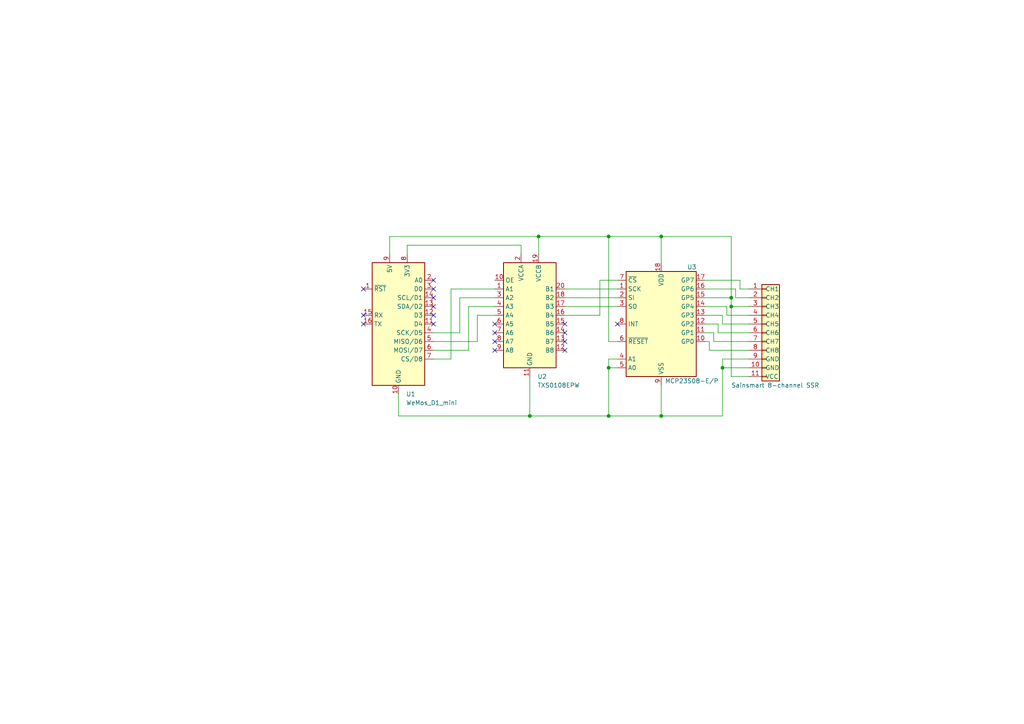
<source format=kicad_sch>
(kicad_sch (version 20231120) (generator "eeschema") (generator_version "8.0")
  (paper "A4")
  (title_block (title "Pilotwire controller") (rev "V2"))
  (lib_symbols
    (symbol "Connector_Generic:Conn_01x11" (pin_names (offset 1.016))
      (property "Value" "Sainsmart 8-channel SSR" (at -10.16 -15.24 0))
      (symbol "Conn_01x11_1_1"
        (rectangle (start -1.27 -12.573) (end 0 -12.827) (stroke (width 0.1524)))
        (rectangle (start -1.27 -10.033) (end 0 -10.287) (stroke (width 0.1524)))
        (rectangle (start -1.27 -7.493) (end 0 -7.747) (stroke (width 0.1524)))
        (rectangle (start -1.27 -4.953) (end 0 -5.207) (stroke (width 0.1524)))
        (rectangle (start -1.27 -2.413) (end 0 -2.667) (stroke (width 0.1524)))
        (rectangle (start -1.27 0.127) (end 0 -0.127) (stroke (width 0.1524)))
        (rectangle (start -1.27 2.667) (end 0 2.413) (stroke (width 0.1524)))
        (rectangle (start -1.27 5.207) (end 0 4.953) (stroke (width 0.1524)))
        (rectangle (start -1.27 7.747) (end 0 7.493) (stroke (width 0.1524)))
        (rectangle (start -1.27 10.287) (end 0 10.033) (stroke (width 0.1524)))
        (rectangle (start -1.27 12.827) (end 0 12.573) (stroke (width 0.1524)))
        (rectangle (start -1.27 13.97) (end 3.81 -13.97) (stroke (width 0.254)) (fill (type background)))
        (pin input line (at -5.08 12.7 0) (length 3.81) (name "CH1") (number "1"))
        (pin power_in line (at -5.08 -10.16 0) (length 3.81) (name "GND") (number "10"))
        (pin power_in line (at -5.08 -12.7 0) (length 3.81) (name "VCC") (number "11"))
        (pin input line (at -5.08 10.16 0) (length 3.81) (name "CH2") (number "2"))
        (pin input line (at -5.08 7.62 0) (length 3.81) (name "CH3") (number "3"))
        (pin input line (at -5.08 5.08 0) (length 3.81) (name "CH4") (number "4"))
        (pin input line (at -5.08 2.54 0) (length 3.81) (name "CH5") (number "5"))
        (pin input line (at -5.08 0 0) (length 3.81) (name "CH6") (number "6"))
        (pin input line (at -5.08 -2.54 0) (length 3.81) (name "CH7") (number "7"))
        (pin input line (at -5.08 -5.08 0) (length 3.81) (name "CH8") (number "8"))
        (pin passive line (at -5.08 -7.62 0) (length 3.81) (name "GND") (number "9"))
      )
    )
    (symbol "Contrôleur fil pilote-rescue:MCP23S08-xP-Local"
      (property "Reference" "U3" (at 8.89 16.51 0))
      (property "Value" "MCP23S08-E/P" (at 8.89 -16.51 0))
      (symbol "MCP23S08-xP-Local_0_1"
        (rectangle (start -10.16 15.24) (end 10.16 -15.24) (stroke (width 0.254)) (fill (type background)))
      )
      (symbol "MCP23S08-xP-Local_1_1"
        (pin input line (at -12.7 10.16 0) (length 2.54) (name "SCK") (number "1"))
        (pin bidirectional line (at 12.7 -5.08 180) (length 2.54) (name "GP0") (number "10"))
        (pin bidirectional line (at 12.7 -2.54 180) (length 2.54) (name "GP1") (number "11"))
        (pin bidirectional line (at 12.7 0 180) (length 2.54) (name "GP2") (number "12"))
        (pin bidirectional line (at 12.7 2.54 180) (length 2.54) (name "GP3") (number "13"))
        (pin bidirectional line (at 12.7 5.08 180) (length 2.54) (name "GP4") (number "14"))
        (pin bidirectional line (at 12.7 7.62 180) (length 2.54) (name "GP5") (number "15"))
        (pin bidirectional line (at 12.7 10.16 180) (length 2.54) (name "GP6") (number "16"))
        (pin bidirectional line (at 12.7 12.7 180) (length 2.54) (name "GP7") (number "17"))
        (pin power_in line (at 0 17.78 270) (length 2.54) (name "VDD") (number "18"))
        (pin input line (at -12.7 7.62 0) (length 2.54) (name "SI") (number "2"))
        (pin output line (at -12.7 5.08 0) (length 2.54) (name "SO") (number "3"))
        (pin input line (at -12.7 -10.16 0) (length 2.54) (name "A1") (number "4"))
        (pin input line (at -12.7 -12.7 0) (length 2.54) (name "A0") (number "5"))
        (pin input line (at -12.7 -5.08 0) (length 2.54) (name "~{RESET}") (number "6"))
        (pin input line (at -12.7 12.7 0) (length 2.54) (name "~{CS}") (number "7"))
        (pin output line (at -12.7 0 0) (length 2.54) (name "INT") (number "8"))
        (pin power_in line (at 0 -17.78 90) (length 2.54) (name "VSS") (number "9"))
      )
    )
    (symbol "Logic_LevelTranslator:TXS0108EPW"
      (property "Reference" "U" (at -6.35 16.51 0))
      (property "Value" "TXS0108EPW" (at 3.81 16.51 0))
      (symbol "TXS0108EPW_0_1"
        (rectangle (start -7.62 15.24) (end 7.62 -15.24) (stroke (width 0.254)) (fill (type background)))
      )
      (symbol "TXS0108EPW_1_1"
        (pin bidirectional line (at -10.16 7.62 0) (length 2.54) (name "A1") (number "1"))
        (pin input line (at -10.16 10.16 0) (length 2.54) (name "OE") (number "10"))
        (pin power_in line (at 0 -17.78 90) (length 2.54) (name "GND") (number "11"))
        (pin bidirectional line (at 10.16 -10.16 180) (length 2.54) (name "B8") (number "12"))
        (pin bidirectional line (at 10.16 -7.62 180) (length 2.54) (name "B7") (number "13"))
        (pin bidirectional line (at 10.16 -5.08 180) (length 2.54) (name "B6") (number "14"))
        (pin bidirectional line (at 10.16 -2.54 180) (length 2.54) (name "B5") (number "15"))
        (pin bidirectional line (at 10.16 0 180) (length 2.54) (name "B4") (number "16"))
        (pin bidirectional line (at 10.16 2.54 180) (length 2.54) (name "B3") (number "17"))
        (pin bidirectional line (at 10.16 5.08 180) (length 2.54) (name "B2") (number "18"))
        (pin power_in line (at 2.54 17.78 270) (length 2.54) (name "VCCB") (number "19"))
        (pin power_in line (at -2.54 17.78 270) (length 2.54) (name "VCCA") (number "2"))
        (pin bidirectional line (at 10.16 7.62 180) (length 2.54) (name "B1") (number "20"))
        (pin bidirectional line (at -10.16 5.08 0) (length 2.54) (name "A2") (number "3"))
        (pin bidirectional line (at -10.16 2.54 0) (length 2.54) (name "A3") (number "4"))
        (pin bidirectional line (at -10.16 0 0) (length 2.54) (name "A4") (number "5"))
        (pin bidirectional line (at -10.16 -2.54 0) (length 2.54) (name "A5") (number "6"))
        (pin bidirectional line (at -10.16 -5.08 0) (length 2.54) (name "A6") (number "7"))
        (pin bidirectional line (at -10.16 -7.62 0) (length 2.54) (name "A7") (number "8"))
        (pin bidirectional line (at -10.16 -10.16 0) (length 2.54) (name "A8") (number "9"))
      )
    )
    (symbol "MCU_Module:WeMos_D1_mini"
      (property "Reference" "U" (at 3.81 19.05 0))
      (property "Value" "WeMos_D1_mini" (at 1.27 -19.05 0))
      (symbol "WeMos_D1_mini_1_1"
        (rectangle (start -7.62 17.78) (end 7.62 -17.78) (stroke (width 0.254)) (fill (type background)))
        (pin input line (at -10.16 10.16 0) (length 2.54) (name "~{RST}") (number "1"))
        (pin power_in line (at 0 -20.32 90) (length 2.54) (name "GND") (number "10"))
        (pin bidirectional line (at 10.16 0 180) (length 2.54) (name "D4") (number "11"))
        (pin bidirectional line (at 10.16 2.54 180) (length 2.54) (name "D3") (number "12"))
        (pin bidirectional line (at 10.16 5.08 180) (length 2.54) (name "SDA/D2") (number "13"))
        (pin bidirectional line (at 10.16 7.62 180) (length 2.54) (name "SCL/D1") (number "14"))
        (pin input line (at -10.16 2.54 0) (length 2.54) (name "RX") (number "15"))
        (pin output line (at -10.16 0 0) (length 2.54) (name "TX") (number "16"))
        (pin input line (at 10.16 12.7 180) (length 2.54) (name "A0") (number "2"))
        (pin bidirectional line (at 10.16 10.16 180) (length 2.54) (name "D0") (number "3"))
        (pin bidirectional line (at 10.16 -2.54 180) (length 2.54) (name "SCK/D5") (number "4"))
        (pin bidirectional line (at 10.16 -5.08 180) (length 2.54) (name "MISO/D6") (number "5"))
        (pin bidirectional line (at 10.16 -7.62 180) (length 2.54) (name "MOSI/D7") (number "6"))
        (pin bidirectional line (at 10.16 -10.16 180) (length 2.54) (name "CS/D8") (number "7"))
        (pin power_out line (at 2.54 20.32 270) (length 2.54) (name "3V3") (number "8"))
        (pin power_in line (at -2.54 20.32 270) (length 2.54) (name "5V") (number "9"))
      )
    )
  )
  (junction (at 176.53 106.68))
  (junction (at 176.53 120.65))
  (junction (at 156.21 68.58))
  (junction (at 212.09 88.9))
  (junction (at 209.55 106.68))
  (junction (at 191.77 120.65))
  (junction (at 153.67 120.65))
  (junction (at 191.77 68.58))
  (junction (at 212.09 86.36))
  (junction (at 176.53 68.58))
  (no_connect (at 143.51 93.98))
  (no_connect (at 125.73 88.9))
  (no_connect (at 179.07 93.98))
  (no_connect (at 143.51 101.6))
  (no_connect (at 125.73 83.82))
  (no_connect (at 105.41 83.82))
  (no_connect (at 105.41 93.98))
  (no_connect (at 163.83 96.52))
  (no_connect (at 125.73 81.28))
  (no_connect (at 125.73 91.44))
  (no_connect (at 143.51 99.06))
  (no_connect (at 163.83 101.6))
  (no_connect (at 163.83 99.06))
  (no_connect (at 143.51 96.52))
  (no_connect (at 125.73 86.36))
  (no_connect (at 125.73 93.98))
  (no_connect (at 105.41 91.44))
  (no_connect (at 163.83 93.98))
  (wire (pts (xy 213.36 83.82) (xy 213.36 86.36)))
  (wire (pts (xy 173.99 81.28) (xy 179.07 81.28)))
  (wire (pts (xy 118.11 71.12) (xy 151.13 71.12)))
  (wire (pts (xy 214.63 81.28) (xy 214.63 83.82)))
  (wire (pts (xy 214.63 83.82) (xy 217.17 83.82)))
  (wire (pts (xy 209.55 93.98) (xy 217.17 93.98)))
  (wire (pts (xy 163.83 86.36) (xy 179.07 86.36)))
  (wire (pts (xy 204.47 83.82) (xy 213.36 83.82)))
  (wire (pts (xy 125.73 96.52) (xy 133.35 96.52)))
  (wire (pts (xy 135.89 101.6) (xy 135.89 88.9)))
  (wire (pts (xy 135.89 88.9) (xy 143.51 88.9)))
  (wire (pts (xy 191.77 120.65) (xy 191.77 111.76)))
  (wire (pts (xy 204.47 99.06) (xy 205.74 99.06)))
  (wire (pts (xy 217.17 104.14) (xy 209.55 104.14)))
  (wire (pts (xy 213.36 86.36) (xy 217.17 86.36)))
  (wire (pts (xy 163.83 83.82) (xy 179.07 83.82)))
  (wire (pts (xy 163.83 91.44) (xy 173.99 91.44)))
  (wire (pts (xy 210.82 91.44) (xy 217.17 91.44)))
  (wire (pts (xy 153.67 120.65) (xy 153.67 109.22)))
  (wire (pts (xy 179.07 99.06) (xy 176.53 99.06)))
  (wire (pts (xy 205.74 99.06) (xy 205.74 101.6)))
  (wire (pts (xy 209.55 106.68) (xy 217.17 106.68)))
  (wire (pts (xy 133.35 86.36) (xy 143.51 86.36)))
  (wire (pts (xy 205.74 101.6) (xy 217.17 101.6)))
  (wire (pts (xy 176.53 104.14) (xy 176.53 106.68)))
  (wire (pts (xy 153.67 120.65) (xy 176.53 120.65)))
  (wire (pts (xy 204.47 96.52) (xy 207.01 96.52)))
  (wire (pts (xy 163.83 88.9) (xy 179.07 88.9)))
  (wire (pts (xy 212.09 88.9) (xy 212.09 86.36)))
  (wire (pts (xy 204.47 88.9) (xy 210.82 88.9)))
  (wire (pts (xy 138.43 91.44) (xy 143.51 91.44)))
  (wire (pts (xy 209.55 104.14) (xy 209.55 106.68)))
  (wire (pts (xy 209.55 91.44) (xy 209.55 93.98)))
  (wire (pts (xy 130.81 83.82) (xy 143.51 83.82)))
  (wire (pts (xy 151.13 71.12) (xy 151.13 73.66)))
  (wire (pts (xy 176.53 99.06) (xy 176.53 68.58)))
  (wire (pts (xy 209.55 106.68) (xy 209.55 120.65)))
  (wire (pts (xy 133.35 96.52) (xy 133.35 86.36)))
  (wire (pts (xy 217.17 109.22) (xy 212.09 109.22)))
  (wire (pts (xy 130.81 104.14) (xy 130.81 83.82)))
  (wire (pts (xy 212.09 109.22) (xy 212.09 88.9)))
  (wire (pts (xy 156.21 68.58) (xy 156.21 73.66)))
  (wire (pts (xy 125.73 99.06) (xy 138.43 99.06)))
  (wire (pts (xy 210.82 88.9) (xy 210.82 91.44)))
  (wire (pts (xy 125.73 101.6) (xy 135.89 101.6)))
  (wire (pts (xy 115.57 114.3) (xy 115.57 120.65)))
  (wire (pts (xy 212.09 88.9) (xy 217.17 88.9)))
  (wire (pts (xy 209.55 120.65) (xy 191.77 120.65)))
  (wire (pts (xy 118.11 73.66) (xy 118.11 71.12)))
  (wire (pts (xy 176.53 68.58) (xy 156.21 68.58)))
  (wire (pts (xy 204.47 81.28) (xy 214.63 81.28)))
  (wire (pts (xy 191.77 76.2) (xy 191.77 68.58)))
  (wire (pts (xy 191.77 68.58) (xy 176.53 68.58)))
  (wire (pts (xy 113.03 73.66) (xy 113.03 68.58)))
  (wire (pts (xy 176.53 106.68) (xy 176.53 120.65)))
  (wire (pts (xy 176.53 120.65) (xy 191.77 120.65)))
  (wire (pts (xy 207.01 99.06) (xy 217.17 99.06)))
  (wire (pts (xy 113.03 68.58) (xy 156.21 68.58)))
  (wire (pts (xy 179.07 104.14) (xy 176.53 104.14)))
  (wire (pts (xy 204.47 86.36) (xy 212.09 86.36)))
  (wire (pts (xy 207.01 96.52) (xy 207.01 99.06)))
  (wire (pts (xy 204.47 91.44) (xy 209.55 91.44)))
  (wire (pts (xy 204.47 93.98) (xy 208.28 93.98)))
  (wire (pts (xy 212.09 86.36) (xy 212.09 68.58)))
  (wire (pts (xy 208.28 96.52) (xy 217.17 96.52)))
  (wire (pts (xy 115.57 120.65) (xy 153.67 120.65)))
  (wire (pts (xy 138.43 99.06) (xy 138.43 91.44)))
  (wire (pts (xy 212.09 68.58) (xy 191.77 68.58)))
  (wire (pts (xy 125.73 104.14) (xy 130.81 104.14)))
  (wire (pts (xy 173.99 91.44) (xy 173.99 81.28)))
  (wire (pts (xy 176.53 106.68) (xy 179.07 106.68)))
  (wire (pts (xy 208.28 93.98) (xy 208.28 96.52)))
  (symbol (lib_id "MCU_Module:WeMos_D1_mini") (at 115.57 93.98 0) (unit 1)
    (property "Reference" "U1" (at 117.7641 114.3 0) (effects (justify left)))
    (property "Value" "WeMos_D1_mini" (at 117.7641 116.84 0) (effects (justify left)))
    (property "Footprint" "Module:WEMOS_D1_mini_light" (effects (hide yes)))
    (property "Datasheet" "https://wiki.wemos.cc/products:d1:d1_mini#documentation" (effects (hide yes)))
    (property "Description" "32-bit microcontroller module with WiFi" (effects (hide yes)))
  )
  (symbol (lib_id "Logic_LevelTranslator:TXS0108EPW") (at 153.67 91.44 0) (unit 1)
    (property "Reference" "U2" (at 155.8641 109.22 0) (effects (justify left)))
    (property "Value" "TXS0108EPW" (at 155.8641 111.76 0) (effects (justify left)))
    (property "Footprint" "Package_SO:TSSOP-20_4.4x6.5mm_P0.65mm" (effects (hide yes)))
    (property "Datasheet" "www.ti.com/lit/ds/symlink/txs0108e.pdf" (effects (hide yes)))
    (property "Description" "Bidirectional  level-shifting voltage translator, TSSOP-20" (effects (hide yes)))
  )
  (symbol (lib_id "Connector_Generic:Conn_01x11") (at 222.25 96.52 0) (unit 1)
    (property "Reference" "J1" (effects (hide yes)))
    (property "Value" "Sainsmart 8-channel SSR" (at 212.09 111.76 0) (effects (justify left)))
  )
  (symbol (lib_id "Contrôleur fil pilote-rescue:MCP23S08-xP-Local") (at 191.77 93.98 0) (unit 1)
    (property "Reference" "U3" (at 200.66 77.47 0))
    (property "Value" "MCP23S08-E/P" (at 200.66 110.49 0))
    (property "Footprint" "Package_DIP:DIP-18_W7.62mm" (effects (hide yes)))
    (property "Datasheet" "http://ww1.microchip.com/downloads/en/DeviceDoc/MCP23008-MCP23S08-Data-Sheet-20001919F.pdf" (effects (hide yes)))
  )
)
</source>
